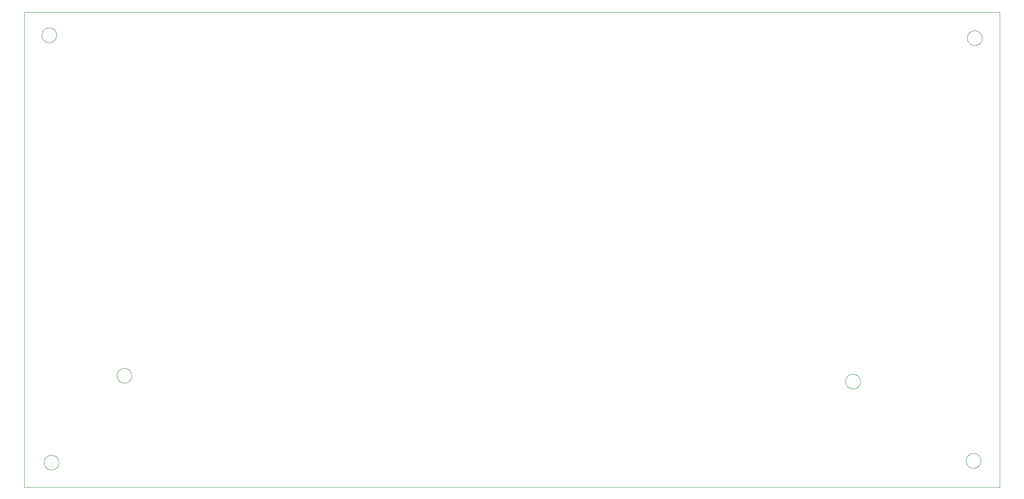
<source format=gko>
G75*
%MOIN*%
%OFA0B0*%
%FSLAX25Y25*%
%IPPOS*%
%LPD*%
%AMOC8*
5,1,8,0,0,1.08239X$1,22.5*
%
%ADD10C,0.00000*%
D10*
X0002200Y0002700D02*
X0002200Y0407401D01*
X0832121Y0407401D01*
X0832121Y0002700D01*
X0002200Y0002700D01*
X0018901Y0023700D02*
X0018903Y0023858D01*
X0018909Y0024016D01*
X0018919Y0024174D01*
X0018933Y0024332D01*
X0018951Y0024489D01*
X0018972Y0024646D01*
X0018998Y0024802D01*
X0019028Y0024958D01*
X0019061Y0025113D01*
X0019099Y0025266D01*
X0019140Y0025419D01*
X0019185Y0025571D01*
X0019234Y0025722D01*
X0019287Y0025871D01*
X0019343Y0026019D01*
X0019403Y0026165D01*
X0019467Y0026310D01*
X0019535Y0026453D01*
X0019606Y0026595D01*
X0019680Y0026735D01*
X0019758Y0026872D01*
X0019840Y0027008D01*
X0019924Y0027142D01*
X0020013Y0027273D01*
X0020104Y0027402D01*
X0020199Y0027529D01*
X0020296Y0027654D01*
X0020397Y0027776D01*
X0020501Y0027895D01*
X0020608Y0028012D01*
X0020718Y0028126D01*
X0020831Y0028237D01*
X0020946Y0028346D01*
X0021064Y0028451D01*
X0021185Y0028553D01*
X0021308Y0028653D01*
X0021434Y0028749D01*
X0021562Y0028842D01*
X0021692Y0028932D01*
X0021825Y0029018D01*
X0021960Y0029102D01*
X0022096Y0029181D01*
X0022235Y0029258D01*
X0022376Y0029330D01*
X0022518Y0029400D01*
X0022662Y0029465D01*
X0022808Y0029527D01*
X0022955Y0029585D01*
X0023104Y0029640D01*
X0023254Y0029691D01*
X0023405Y0029738D01*
X0023557Y0029781D01*
X0023710Y0029820D01*
X0023865Y0029856D01*
X0024020Y0029887D01*
X0024176Y0029915D01*
X0024332Y0029939D01*
X0024489Y0029959D01*
X0024647Y0029975D01*
X0024804Y0029987D01*
X0024963Y0029995D01*
X0025121Y0029999D01*
X0025279Y0029999D01*
X0025437Y0029995D01*
X0025596Y0029987D01*
X0025753Y0029975D01*
X0025911Y0029959D01*
X0026068Y0029939D01*
X0026224Y0029915D01*
X0026380Y0029887D01*
X0026535Y0029856D01*
X0026690Y0029820D01*
X0026843Y0029781D01*
X0026995Y0029738D01*
X0027146Y0029691D01*
X0027296Y0029640D01*
X0027445Y0029585D01*
X0027592Y0029527D01*
X0027738Y0029465D01*
X0027882Y0029400D01*
X0028024Y0029330D01*
X0028165Y0029258D01*
X0028304Y0029181D01*
X0028440Y0029102D01*
X0028575Y0029018D01*
X0028708Y0028932D01*
X0028838Y0028842D01*
X0028966Y0028749D01*
X0029092Y0028653D01*
X0029215Y0028553D01*
X0029336Y0028451D01*
X0029454Y0028346D01*
X0029569Y0028237D01*
X0029682Y0028126D01*
X0029792Y0028012D01*
X0029899Y0027895D01*
X0030003Y0027776D01*
X0030104Y0027654D01*
X0030201Y0027529D01*
X0030296Y0027402D01*
X0030387Y0027273D01*
X0030476Y0027142D01*
X0030560Y0027008D01*
X0030642Y0026872D01*
X0030720Y0026735D01*
X0030794Y0026595D01*
X0030865Y0026453D01*
X0030933Y0026310D01*
X0030997Y0026165D01*
X0031057Y0026019D01*
X0031113Y0025871D01*
X0031166Y0025722D01*
X0031215Y0025571D01*
X0031260Y0025419D01*
X0031301Y0025266D01*
X0031339Y0025113D01*
X0031372Y0024958D01*
X0031402Y0024802D01*
X0031428Y0024646D01*
X0031449Y0024489D01*
X0031467Y0024332D01*
X0031481Y0024174D01*
X0031491Y0024016D01*
X0031497Y0023858D01*
X0031499Y0023700D01*
X0031497Y0023542D01*
X0031491Y0023384D01*
X0031481Y0023226D01*
X0031467Y0023068D01*
X0031449Y0022911D01*
X0031428Y0022754D01*
X0031402Y0022598D01*
X0031372Y0022442D01*
X0031339Y0022287D01*
X0031301Y0022134D01*
X0031260Y0021981D01*
X0031215Y0021829D01*
X0031166Y0021678D01*
X0031113Y0021529D01*
X0031057Y0021381D01*
X0030997Y0021235D01*
X0030933Y0021090D01*
X0030865Y0020947D01*
X0030794Y0020805D01*
X0030720Y0020665D01*
X0030642Y0020528D01*
X0030560Y0020392D01*
X0030476Y0020258D01*
X0030387Y0020127D01*
X0030296Y0019998D01*
X0030201Y0019871D01*
X0030104Y0019746D01*
X0030003Y0019624D01*
X0029899Y0019505D01*
X0029792Y0019388D01*
X0029682Y0019274D01*
X0029569Y0019163D01*
X0029454Y0019054D01*
X0029336Y0018949D01*
X0029215Y0018847D01*
X0029092Y0018747D01*
X0028966Y0018651D01*
X0028838Y0018558D01*
X0028708Y0018468D01*
X0028575Y0018382D01*
X0028440Y0018298D01*
X0028304Y0018219D01*
X0028165Y0018142D01*
X0028024Y0018070D01*
X0027882Y0018000D01*
X0027738Y0017935D01*
X0027592Y0017873D01*
X0027445Y0017815D01*
X0027296Y0017760D01*
X0027146Y0017709D01*
X0026995Y0017662D01*
X0026843Y0017619D01*
X0026690Y0017580D01*
X0026535Y0017544D01*
X0026380Y0017513D01*
X0026224Y0017485D01*
X0026068Y0017461D01*
X0025911Y0017441D01*
X0025753Y0017425D01*
X0025596Y0017413D01*
X0025437Y0017405D01*
X0025279Y0017401D01*
X0025121Y0017401D01*
X0024963Y0017405D01*
X0024804Y0017413D01*
X0024647Y0017425D01*
X0024489Y0017441D01*
X0024332Y0017461D01*
X0024176Y0017485D01*
X0024020Y0017513D01*
X0023865Y0017544D01*
X0023710Y0017580D01*
X0023557Y0017619D01*
X0023405Y0017662D01*
X0023254Y0017709D01*
X0023104Y0017760D01*
X0022955Y0017815D01*
X0022808Y0017873D01*
X0022662Y0017935D01*
X0022518Y0018000D01*
X0022376Y0018070D01*
X0022235Y0018142D01*
X0022096Y0018219D01*
X0021960Y0018298D01*
X0021825Y0018382D01*
X0021692Y0018468D01*
X0021562Y0018558D01*
X0021434Y0018651D01*
X0021308Y0018747D01*
X0021185Y0018847D01*
X0021064Y0018949D01*
X0020946Y0019054D01*
X0020831Y0019163D01*
X0020718Y0019274D01*
X0020608Y0019388D01*
X0020501Y0019505D01*
X0020397Y0019624D01*
X0020296Y0019746D01*
X0020199Y0019871D01*
X0020104Y0019998D01*
X0020013Y0020127D01*
X0019924Y0020258D01*
X0019840Y0020392D01*
X0019758Y0020528D01*
X0019680Y0020665D01*
X0019606Y0020805D01*
X0019535Y0020947D01*
X0019467Y0021090D01*
X0019403Y0021235D01*
X0019343Y0021381D01*
X0019287Y0021529D01*
X0019234Y0021678D01*
X0019185Y0021829D01*
X0019140Y0021981D01*
X0019099Y0022134D01*
X0019061Y0022287D01*
X0019028Y0022442D01*
X0018998Y0022598D01*
X0018972Y0022754D01*
X0018951Y0022911D01*
X0018933Y0023068D01*
X0018919Y0023226D01*
X0018909Y0023384D01*
X0018903Y0023542D01*
X0018901Y0023700D01*
X0080901Y0097700D02*
X0080903Y0097858D01*
X0080909Y0098016D01*
X0080919Y0098174D01*
X0080933Y0098332D01*
X0080951Y0098489D01*
X0080972Y0098646D01*
X0080998Y0098802D01*
X0081028Y0098958D01*
X0081061Y0099113D01*
X0081099Y0099266D01*
X0081140Y0099419D01*
X0081185Y0099571D01*
X0081234Y0099722D01*
X0081287Y0099871D01*
X0081343Y0100019D01*
X0081403Y0100165D01*
X0081467Y0100310D01*
X0081535Y0100453D01*
X0081606Y0100595D01*
X0081680Y0100735D01*
X0081758Y0100872D01*
X0081840Y0101008D01*
X0081924Y0101142D01*
X0082013Y0101273D01*
X0082104Y0101402D01*
X0082199Y0101529D01*
X0082296Y0101654D01*
X0082397Y0101776D01*
X0082501Y0101895D01*
X0082608Y0102012D01*
X0082718Y0102126D01*
X0082831Y0102237D01*
X0082946Y0102346D01*
X0083064Y0102451D01*
X0083185Y0102553D01*
X0083308Y0102653D01*
X0083434Y0102749D01*
X0083562Y0102842D01*
X0083692Y0102932D01*
X0083825Y0103018D01*
X0083960Y0103102D01*
X0084096Y0103181D01*
X0084235Y0103258D01*
X0084376Y0103330D01*
X0084518Y0103400D01*
X0084662Y0103465D01*
X0084808Y0103527D01*
X0084955Y0103585D01*
X0085104Y0103640D01*
X0085254Y0103691D01*
X0085405Y0103738D01*
X0085557Y0103781D01*
X0085710Y0103820D01*
X0085865Y0103856D01*
X0086020Y0103887D01*
X0086176Y0103915D01*
X0086332Y0103939D01*
X0086489Y0103959D01*
X0086647Y0103975D01*
X0086804Y0103987D01*
X0086963Y0103995D01*
X0087121Y0103999D01*
X0087279Y0103999D01*
X0087437Y0103995D01*
X0087596Y0103987D01*
X0087753Y0103975D01*
X0087911Y0103959D01*
X0088068Y0103939D01*
X0088224Y0103915D01*
X0088380Y0103887D01*
X0088535Y0103856D01*
X0088690Y0103820D01*
X0088843Y0103781D01*
X0088995Y0103738D01*
X0089146Y0103691D01*
X0089296Y0103640D01*
X0089445Y0103585D01*
X0089592Y0103527D01*
X0089738Y0103465D01*
X0089882Y0103400D01*
X0090024Y0103330D01*
X0090165Y0103258D01*
X0090304Y0103181D01*
X0090440Y0103102D01*
X0090575Y0103018D01*
X0090708Y0102932D01*
X0090838Y0102842D01*
X0090966Y0102749D01*
X0091092Y0102653D01*
X0091215Y0102553D01*
X0091336Y0102451D01*
X0091454Y0102346D01*
X0091569Y0102237D01*
X0091682Y0102126D01*
X0091792Y0102012D01*
X0091899Y0101895D01*
X0092003Y0101776D01*
X0092104Y0101654D01*
X0092201Y0101529D01*
X0092296Y0101402D01*
X0092387Y0101273D01*
X0092476Y0101142D01*
X0092560Y0101008D01*
X0092642Y0100872D01*
X0092720Y0100735D01*
X0092794Y0100595D01*
X0092865Y0100453D01*
X0092933Y0100310D01*
X0092997Y0100165D01*
X0093057Y0100019D01*
X0093113Y0099871D01*
X0093166Y0099722D01*
X0093215Y0099571D01*
X0093260Y0099419D01*
X0093301Y0099266D01*
X0093339Y0099113D01*
X0093372Y0098958D01*
X0093402Y0098802D01*
X0093428Y0098646D01*
X0093449Y0098489D01*
X0093467Y0098332D01*
X0093481Y0098174D01*
X0093491Y0098016D01*
X0093497Y0097858D01*
X0093499Y0097700D01*
X0093497Y0097542D01*
X0093491Y0097384D01*
X0093481Y0097226D01*
X0093467Y0097068D01*
X0093449Y0096911D01*
X0093428Y0096754D01*
X0093402Y0096598D01*
X0093372Y0096442D01*
X0093339Y0096287D01*
X0093301Y0096134D01*
X0093260Y0095981D01*
X0093215Y0095829D01*
X0093166Y0095678D01*
X0093113Y0095529D01*
X0093057Y0095381D01*
X0092997Y0095235D01*
X0092933Y0095090D01*
X0092865Y0094947D01*
X0092794Y0094805D01*
X0092720Y0094665D01*
X0092642Y0094528D01*
X0092560Y0094392D01*
X0092476Y0094258D01*
X0092387Y0094127D01*
X0092296Y0093998D01*
X0092201Y0093871D01*
X0092104Y0093746D01*
X0092003Y0093624D01*
X0091899Y0093505D01*
X0091792Y0093388D01*
X0091682Y0093274D01*
X0091569Y0093163D01*
X0091454Y0093054D01*
X0091336Y0092949D01*
X0091215Y0092847D01*
X0091092Y0092747D01*
X0090966Y0092651D01*
X0090838Y0092558D01*
X0090708Y0092468D01*
X0090575Y0092382D01*
X0090440Y0092298D01*
X0090304Y0092219D01*
X0090165Y0092142D01*
X0090024Y0092070D01*
X0089882Y0092000D01*
X0089738Y0091935D01*
X0089592Y0091873D01*
X0089445Y0091815D01*
X0089296Y0091760D01*
X0089146Y0091709D01*
X0088995Y0091662D01*
X0088843Y0091619D01*
X0088690Y0091580D01*
X0088535Y0091544D01*
X0088380Y0091513D01*
X0088224Y0091485D01*
X0088068Y0091461D01*
X0087911Y0091441D01*
X0087753Y0091425D01*
X0087596Y0091413D01*
X0087437Y0091405D01*
X0087279Y0091401D01*
X0087121Y0091401D01*
X0086963Y0091405D01*
X0086804Y0091413D01*
X0086647Y0091425D01*
X0086489Y0091441D01*
X0086332Y0091461D01*
X0086176Y0091485D01*
X0086020Y0091513D01*
X0085865Y0091544D01*
X0085710Y0091580D01*
X0085557Y0091619D01*
X0085405Y0091662D01*
X0085254Y0091709D01*
X0085104Y0091760D01*
X0084955Y0091815D01*
X0084808Y0091873D01*
X0084662Y0091935D01*
X0084518Y0092000D01*
X0084376Y0092070D01*
X0084235Y0092142D01*
X0084096Y0092219D01*
X0083960Y0092298D01*
X0083825Y0092382D01*
X0083692Y0092468D01*
X0083562Y0092558D01*
X0083434Y0092651D01*
X0083308Y0092747D01*
X0083185Y0092847D01*
X0083064Y0092949D01*
X0082946Y0093054D01*
X0082831Y0093163D01*
X0082718Y0093274D01*
X0082608Y0093388D01*
X0082501Y0093505D01*
X0082397Y0093624D01*
X0082296Y0093746D01*
X0082199Y0093871D01*
X0082104Y0093998D01*
X0082013Y0094127D01*
X0081924Y0094258D01*
X0081840Y0094392D01*
X0081758Y0094528D01*
X0081680Y0094665D01*
X0081606Y0094805D01*
X0081535Y0094947D01*
X0081467Y0095090D01*
X0081403Y0095235D01*
X0081343Y0095381D01*
X0081287Y0095529D01*
X0081234Y0095678D01*
X0081185Y0095829D01*
X0081140Y0095981D01*
X0081099Y0096134D01*
X0081061Y0096287D01*
X0081028Y0096442D01*
X0080998Y0096598D01*
X0080972Y0096754D01*
X0080951Y0096911D01*
X0080933Y0097068D01*
X0080919Y0097226D01*
X0080909Y0097384D01*
X0080903Y0097542D01*
X0080901Y0097700D01*
X0016901Y0387700D02*
X0016903Y0387858D01*
X0016909Y0388016D01*
X0016919Y0388174D01*
X0016933Y0388332D01*
X0016951Y0388489D01*
X0016972Y0388646D01*
X0016998Y0388802D01*
X0017028Y0388958D01*
X0017061Y0389113D01*
X0017099Y0389266D01*
X0017140Y0389419D01*
X0017185Y0389571D01*
X0017234Y0389722D01*
X0017287Y0389871D01*
X0017343Y0390019D01*
X0017403Y0390165D01*
X0017467Y0390310D01*
X0017535Y0390453D01*
X0017606Y0390595D01*
X0017680Y0390735D01*
X0017758Y0390872D01*
X0017840Y0391008D01*
X0017924Y0391142D01*
X0018013Y0391273D01*
X0018104Y0391402D01*
X0018199Y0391529D01*
X0018296Y0391654D01*
X0018397Y0391776D01*
X0018501Y0391895D01*
X0018608Y0392012D01*
X0018718Y0392126D01*
X0018831Y0392237D01*
X0018946Y0392346D01*
X0019064Y0392451D01*
X0019185Y0392553D01*
X0019308Y0392653D01*
X0019434Y0392749D01*
X0019562Y0392842D01*
X0019692Y0392932D01*
X0019825Y0393018D01*
X0019960Y0393102D01*
X0020096Y0393181D01*
X0020235Y0393258D01*
X0020376Y0393330D01*
X0020518Y0393400D01*
X0020662Y0393465D01*
X0020808Y0393527D01*
X0020955Y0393585D01*
X0021104Y0393640D01*
X0021254Y0393691D01*
X0021405Y0393738D01*
X0021557Y0393781D01*
X0021710Y0393820D01*
X0021865Y0393856D01*
X0022020Y0393887D01*
X0022176Y0393915D01*
X0022332Y0393939D01*
X0022489Y0393959D01*
X0022647Y0393975D01*
X0022804Y0393987D01*
X0022963Y0393995D01*
X0023121Y0393999D01*
X0023279Y0393999D01*
X0023437Y0393995D01*
X0023596Y0393987D01*
X0023753Y0393975D01*
X0023911Y0393959D01*
X0024068Y0393939D01*
X0024224Y0393915D01*
X0024380Y0393887D01*
X0024535Y0393856D01*
X0024690Y0393820D01*
X0024843Y0393781D01*
X0024995Y0393738D01*
X0025146Y0393691D01*
X0025296Y0393640D01*
X0025445Y0393585D01*
X0025592Y0393527D01*
X0025738Y0393465D01*
X0025882Y0393400D01*
X0026024Y0393330D01*
X0026165Y0393258D01*
X0026304Y0393181D01*
X0026440Y0393102D01*
X0026575Y0393018D01*
X0026708Y0392932D01*
X0026838Y0392842D01*
X0026966Y0392749D01*
X0027092Y0392653D01*
X0027215Y0392553D01*
X0027336Y0392451D01*
X0027454Y0392346D01*
X0027569Y0392237D01*
X0027682Y0392126D01*
X0027792Y0392012D01*
X0027899Y0391895D01*
X0028003Y0391776D01*
X0028104Y0391654D01*
X0028201Y0391529D01*
X0028296Y0391402D01*
X0028387Y0391273D01*
X0028476Y0391142D01*
X0028560Y0391008D01*
X0028642Y0390872D01*
X0028720Y0390735D01*
X0028794Y0390595D01*
X0028865Y0390453D01*
X0028933Y0390310D01*
X0028997Y0390165D01*
X0029057Y0390019D01*
X0029113Y0389871D01*
X0029166Y0389722D01*
X0029215Y0389571D01*
X0029260Y0389419D01*
X0029301Y0389266D01*
X0029339Y0389113D01*
X0029372Y0388958D01*
X0029402Y0388802D01*
X0029428Y0388646D01*
X0029449Y0388489D01*
X0029467Y0388332D01*
X0029481Y0388174D01*
X0029491Y0388016D01*
X0029497Y0387858D01*
X0029499Y0387700D01*
X0029497Y0387542D01*
X0029491Y0387384D01*
X0029481Y0387226D01*
X0029467Y0387068D01*
X0029449Y0386911D01*
X0029428Y0386754D01*
X0029402Y0386598D01*
X0029372Y0386442D01*
X0029339Y0386287D01*
X0029301Y0386134D01*
X0029260Y0385981D01*
X0029215Y0385829D01*
X0029166Y0385678D01*
X0029113Y0385529D01*
X0029057Y0385381D01*
X0028997Y0385235D01*
X0028933Y0385090D01*
X0028865Y0384947D01*
X0028794Y0384805D01*
X0028720Y0384665D01*
X0028642Y0384528D01*
X0028560Y0384392D01*
X0028476Y0384258D01*
X0028387Y0384127D01*
X0028296Y0383998D01*
X0028201Y0383871D01*
X0028104Y0383746D01*
X0028003Y0383624D01*
X0027899Y0383505D01*
X0027792Y0383388D01*
X0027682Y0383274D01*
X0027569Y0383163D01*
X0027454Y0383054D01*
X0027336Y0382949D01*
X0027215Y0382847D01*
X0027092Y0382747D01*
X0026966Y0382651D01*
X0026838Y0382558D01*
X0026708Y0382468D01*
X0026575Y0382382D01*
X0026440Y0382298D01*
X0026304Y0382219D01*
X0026165Y0382142D01*
X0026024Y0382070D01*
X0025882Y0382000D01*
X0025738Y0381935D01*
X0025592Y0381873D01*
X0025445Y0381815D01*
X0025296Y0381760D01*
X0025146Y0381709D01*
X0024995Y0381662D01*
X0024843Y0381619D01*
X0024690Y0381580D01*
X0024535Y0381544D01*
X0024380Y0381513D01*
X0024224Y0381485D01*
X0024068Y0381461D01*
X0023911Y0381441D01*
X0023753Y0381425D01*
X0023596Y0381413D01*
X0023437Y0381405D01*
X0023279Y0381401D01*
X0023121Y0381401D01*
X0022963Y0381405D01*
X0022804Y0381413D01*
X0022647Y0381425D01*
X0022489Y0381441D01*
X0022332Y0381461D01*
X0022176Y0381485D01*
X0022020Y0381513D01*
X0021865Y0381544D01*
X0021710Y0381580D01*
X0021557Y0381619D01*
X0021405Y0381662D01*
X0021254Y0381709D01*
X0021104Y0381760D01*
X0020955Y0381815D01*
X0020808Y0381873D01*
X0020662Y0381935D01*
X0020518Y0382000D01*
X0020376Y0382070D01*
X0020235Y0382142D01*
X0020096Y0382219D01*
X0019960Y0382298D01*
X0019825Y0382382D01*
X0019692Y0382468D01*
X0019562Y0382558D01*
X0019434Y0382651D01*
X0019308Y0382747D01*
X0019185Y0382847D01*
X0019064Y0382949D01*
X0018946Y0383054D01*
X0018831Y0383163D01*
X0018718Y0383274D01*
X0018608Y0383388D01*
X0018501Y0383505D01*
X0018397Y0383624D01*
X0018296Y0383746D01*
X0018199Y0383871D01*
X0018104Y0383998D01*
X0018013Y0384127D01*
X0017924Y0384258D01*
X0017840Y0384392D01*
X0017758Y0384528D01*
X0017680Y0384665D01*
X0017606Y0384805D01*
X0017535Y0384947D01*
X0017467Y0385090D01*
X0017403Y0385235D01*
X0017343Y0385381D01*
X0017287Y0385529D01*
X0017234Y0385678D01*
X0017185Y0385829D01*
X0017140Y0385981D01*
X0017099Y0386134D01*
X0017061Y0386287D01*
X0017028Y0386442D01*
X0016998Y0386598D01*
X0016972Y0386754D01*
X0016951Y0386911D01*
X0016933Y0387068D01*
X0016919Y0387226D01*
X0016909Y0387384D01*
X0016903Y0387542D01*
X0016901Y0387700D01*
X0700901Y0092700D02*
X0700903Y0092858D01*
X0700909Y0093016D01*
X0700919Y0093174D01*
X0700933Y0093332D01*
X0700951Y0093489D01*
X0700972Y0093646D01*
X0700998Y0093802D01*
X0701028Y0093958D01*
X0701061Y0094113D01*
X0701099Y0094266D01*
X0701140Y0094419D01*
X0701185Y0094571D01*
X0701234Y0094722D01*
X0701287Y0094871D01*
X0701343Y0095019D01*
X0701403Y0095165D01*
X0701467Y0095310D01*
X0701535Y0095453D01*
X0701606Y0095595D01*
X0701680Y0095735D01*
X0701758Y0095872D01*
X0701840Y0096008D01*
X0701924Y0096142D01*
X0702013Y0096273D01*
X0702104Y0096402D01*
X0702199Y0096529D01*
X0702296Y0096654D01*
X0702397Y0096776D01*
X0702501Y0096895D01*
X0702608Y0097012D01*
X0702718Y0097126D01*
X0702831Y0097237D01*
X0702946Y0097346D01*
X0703064Y0097451D01*
X0703185Y0097553D01*
X0703308Y0097653D01*
X0703434Y0097749D01*
X0703562Y0097842D01*
X0703692Y0097932D01*
X0703825Y0098018D01*
X0703960Y0098102D01*
X0704096Y0098181D01*
X0704235Y0098258D01*
X0704376Y0098330D01*
X0704518Y0098400D01*
X0704662Y0098465D01*
X0704808Y0098527D01*
X0704955Y0098585D01*
X0705104Y0098640D01*
X0705254Y0098691D01*
X0705405Y0098738D01*
X0705557Y0098781D01*
X0705710Y0098820D01*
X0705865Y0098856D01*
X0706020Y0098887D01*
X0706176Y0098915D01*
X0706332Y0098939D01*
X0706489Y0098959D01*
X0706647Y0098975D01*
X0706804Y0098987D01*
X0706963Y0098995D01*
X0707121Y0098999D01*
X0707279Y0098999D01*
X0707437Y0098995D01*
X0707596Y0098987D01*
X0707753Y0098975D01*
X0707911Y0098959D01*
X0708068Y0098939D01*
X0708224Y0098915D01*
X0708380Y0098887D01*
X0708535Y0098856D01*
X0708690Y0098820D01*
X0708843Y0098781D01*
X0708995Y0098738D01*
X0709146Y0098691D01*
X0709296Y0098640D01*
X0709445Y0098585D01*
X0709592Y0098527D01*
X0709738Y0098465D01*
X0709882Y0098400D01*
X0710024Y0098330D01*
X0710165Y0098258D01*
X0710304Y0098181D01*
X0710440Y0098102D01*
X0710575Y0098018D01*
X0710708Y0097932D01*
X0710838Y0097842D01*
X0710966Y0097749D01*
X0711092Y0097653D01*
X0711215Y0097553D01*
X0711336Y0097451D01*
X0711454Y0097346D01*
X0711569Y0097237D01*
X0711682Y0097126D01*
X0711792Y0097012D01*
X0711899Y0096895D01*
X0712003Y0096776D01*
X0712104Y0096654D01*
X0712201Y0096529D01*
X0712296Y0096402D01*
X0712387Y0096273D01*
X0712476Y0096142D01*
X0712560Y0096008D01*
X0712642Y0095872D01*
X0712720Y0095735D01*
X0712794Y0095595D01*
X0712865Y0095453D01*
X0712933Y0095310D01*
X0712997Y0095165D01*
X0713057Y0095019D01*
X0713113Y0094871D01*
X0713166Y0094722D01*
X0713215Y0094571D01*
X0713260Y0094419D01*
X0713301Y0094266D01*
X0713339Y0094113D01*
X0713372Y0093958D01*
X0713402Y0093802D01*
X0713428Y0093646D01*
X0713449Y0093489D01*
X0713467Y0093332D01*
X0713481Y0093174D01*
X0713491Y0093016D01*
X0713497Y0092858D01*
X0713499Y0092700D01*
X0713497Y0092542D01*
X0713491Y0092384D01*
X0713481Y0092226D01*
X0713467Y0092068D01*
X0713449Y0091911D01*
X0713428Y0091754D01*
X0713402Y0091598D01*
X0713372Y0091442D01*
X0713339Y0091287D01*
X0713301Y0091134D01*
X0713260Y0090981D01*
X0713215Y0090829D01*
X0713166Y0090678D01*
X0713113Y0090529D01*
X0713057Y0090381D01*
X0712997Y0090235D01*
X0712933Y0090090D01*
X0712865Y0089947D01*
X0712794Y0089805D01*
X0712720Y0089665D01*
X0712642Y0089528D01*
X0712560Y0089392D01*
X0712476Y0089258D01*
X0712387Y0089127D01*
X0712296Y0088998D01*
X0712201Y0088871D01*
X0712104Y0088746D01*
X0712003Y0088624D01*
X0711899Y0088505D01*
X0711792Y0088388D01*
X0711682Y0088274D01*
X0711569Y0088163D01*
X0711454Y0088054D01*
X0711336Y0087949D01*
X0711215Y0087847D01*
X0711092Y0087747D01*
X0710966Y0087651D01*
X0710838Y0087558D01*
X0710708Y0087468D01*
X0710575Y0087382D01*
X0710440Y0087298D01*
X0710304Y0087219D01*
X0710165Y0087142D01*
X0710024Y0087070D01*
X0709882Y0087000D01*
X0709738Y0086935D01*
X0709592Y0086873D01*
X0709445Y0086815D01*
X0709296Y0086760D01*
X0709146Y0086709D01*
X0708995Y0086662D01*
X0708843Y0086619D01*
X0708690Y0086580D01*
X0708535Y0086544D01*
X0708380Y0086513D01*
X0708224Y0086485D01*
X0708068Y0086461D01*
X0707911Y0086441D01*
X0707753Y0086425D01*
X0707596Y0086413D01*
X0707437Y0086405D01*
X0707279Y0086401D01*
X0707121Y0086401D01*
X0706963Y0086405D01*
X0706804Y0086413D01*
X0706647Y0086425D01*
X0706489Y0086441D01*
X0706332Y0086461D01*
X0706176Y0086485D01*
X0706020Y0086513D01*
X0705865Y0086544D01*
X0705710Y0086580D01*
X0705557Y0086619D01*
X0705405Y0086662D01*
X0705254Y0086709D01*
X0705104Y0086760D01*
X0704955Y0086815D01*
X0704808Y0086873D01*
X0704662Y0086935D01*
X0704518Y0087000D01*
X0704376Y0087070D01*
X0704235Y0087142D01*
X0704096Y0087219D01*
X0703960Y0087298D01*
X0703825Y0087382D01*
X0703692Y0087468D01*
X0703562Y0087558D01*
X0703434Y0087651D01*
X0703308Y0087747D01*
X0703185Y0087847D01*
X0703064Y0087949D01*
X0702946Y0088054D01*
X0702831Y0088163D01*
X0702718Y0088274D01*
X0702608Y0088388D01*
X0702501Y0088505D01*
X0702397Y0088624D01*
X0702296Y0088746D01*
X0702199Y0088871D01*
X0702104Y0088998D01*
X0702013Y0089127D01*
X0701924Y0089258D01*
X0701840Y0089392D01*
X0701758Y0089528D01*
X0701680Y0089665D01*
X0701606Y0089805D01*
X0701535Y0089947D01*
X0701467Y0090090D01*
X0701403Y0090235D01*
X0701343Y0090381D01*
X0701287Y0090529D01*
X0701234Y0090678D01*
X0701185Y0090829D01*
X0701140Y0090981D01*
X0701099Y0091134D01*
X0701061Y0091287D01*
X0701028Y0091442D01*
X0700998Y0091598D01*
X0700972Y0091754D01*
X0700951Y0091911D01*
X0700933Y0092068D01*
X0700919Y0092226D01*
X0700909Y0092384D01*
X0700903Y0092542D01*
X0700901Y0092700D01*
X0803401Y0025200D02*
X0803403Y0025358D01*
X0803409Y0025516D01*
X0803419Y0025674D01*
X0803433Y0025832D01*
X0803451Y0025989D01*
X0803472Y0026146D01*
X0803498Y0026302D01*
X0803528Y0026458D01*
X0803561Y0026613D01*
X0803599Y0026766D01*
X0803640Y0026919D01*
X0803685Y0027071D01*
X0803734Y0027222D01*
X0803787Y0027371D01*
X0803843Y0027519D01*
X0803903Y0027665D01*
X0803967Y0027810D01*
X0804035Y0027953D01*
X0804106Y0028095D01*
X0804180Y0028235D01*
X0804258Y0028372D01*
X0804340Y0028508D01*
X0804424Y0028642D01*
X0804513Y0028773D01*
X0804604Y0028902D01*
X0804699Y0029029D01*
X0804796Y0029154D01*
X0804897Y0029276D01*
X0805001Y0029395D01*
X0805108Y0029512D01*
X0805218Y0029626D01*
X0805331Y0029737D01*
X0805446Y0029846D01*
X0805564Y0029951D01*
X0805685Y0030053D01*
X0805808Y0030153D01*
X0805934Y0030249D01*
X0806062Y0030342D01*
X0806192Y0030432D01*
X0806325Y0030518D01*
X0806460Y0030602D01*
X0806596Y0030681D01*
X0806735Y0030758D01*
X0806876Y0030830D01*
X0807018Y0030900D01*
X0807162Y0030965D01*
X0807308Y0031027D01*
X0807455Y0031085D01*
X0807604Y0031140D01*
X0807754Y0031191D01*
X0807905Y0031238D01*
X0808057Y0031281D01*
X0808210Y0031320D01*
X0808365Y0031356D01*
X0808520Y0031387D01*
X0808676Y0031415D01*
X0808832Y0031439D01*
X0808989Y0031459D01*
X0809147Y0031475D01*
X0809304Y0031487D01*
X0809463Y0031495D01*
X0809621Y0031499D01*
X0809779Y0031499D01*
X0809937Y0031495D01*
X0810096Y0031487D01*
X0810253Y0031475D01*
X0810411Y0031459D01*
X0810568Y0031439D01*
X0810724Y0031415D01*
X0810880Y0031387D01*
X0811035Y0031356D01*
X0811190Y0031320D01*
X0811343Y0031281D01*
X0811495Y0031238D01*
X0811646Y0031191D01*
X0811796Y0031140D01*
X0811945Y0031085D01*
X0812092Y0031027D01*
X0812238Y0030965D01*
X0812382Y0030900D01*
X0812524Y0030830D01*
X0812665Y0030758D01*
X0812804Y0030681D01*
X0812940Y0030602D01*
X0813075Y0030518D01*
X0813208Y0030432D01*
X0813338Y0030342D01*
X0813466Y0030249D01*
X0813592Y0030153D01*
X0813715Y0030053D01*
X0813836Y0029951D01*
X0813954Y0029846D01*
X0814069Y0029737D01*
X0814182Y0029626D01*
X0814292Y0029512D01*
X0814399Y0029395D01*
X0814503Y0029276D01*
X0814604Y0029154D01*
X0814701Y0029029D01*
X0814796Y0028902D01*
X0814887Y0028773D01*
X0814976Y0028642D01*
X0815060Y0028508D01*
X0815142Y0028372D01*
X0815220Y0028235D01*
X0815294Y0028095D01*
X0815365Y0027953D01*
X0815433Y0027810D01*
X0815497Y0027665D01*
X0815557Y0027519D01*
X0815613Y0027371D01*
X0815666Y0027222D01*
X0815715Y0027071D01*
X0815760Y0026919D01*
X0815801Y0026766D01*
X0815839Y0026613D01*
X0815872Y0026458D01*
X0815902Y0026302D01*
X0815928Y0026146D01*
X0815949Y0025989D01*
X0815967Y0025832D01*
X0815981Y0025674D01*
X0815991Y0025516D01*
X0815997Y0025358D01*
X0815999Y0025200D01*
X0815997Y0025042D01*
X0815991Y0024884D01*
X0815981Y0024726D01*
X0815967Y0024568D01*
X0815949Y0024411D01*
X0815928Y0024254D01*
X0815902Y0024098D01*
X0815872Y0023942D01*
X0815839Y0023787D01*
X0815801Y0023634D01*
X0815760Y0023481D01*
X0815715Y0023329D01*
X0815666Y0023178D01*
X0815613Y0023029D01*
X0815557Y0022881D01*
X0815497Y0022735D01*
X0815433Y0022590D01*
X0815365Y0022447D01*
X0815294Y0022305D01*
X0815220Y0022165D01*
X0815142Y0022028D01*
X0815060Y0021892D01*
X0814976Y0021758D01*
X0814887Y0021627D01*
X0814796Y0021498D01*
X0814701Y0021371D01*
X0814604Y0021246D01*
X0814503Y0021124D01*
X0814399Y0021005D01*
X0814292Y0020888D01*
X0814182Y0020774D01*
X0814069Y0020663D01*
X0813954Y0020554D01*
X0813836Y0020449D01*
X0813715Y0020347D01*
X0813592Y0020247D01*
X0813466Y0020151D01*
X0813338Y0020058D01*
X0813208Y0019968D01*
X0813075Y0019882D01*
X0812940Y0019798D01*
X0812804Y0019719D01*
X0812665Y0019642D01*
X0812524Y0019570D01*
X0812382Y0019500D01*
X0812238Y0019435D01*
X0812092Y0019373D01*
X0811945Y0019315D01*
X0811796Y0019260D01*
X0811646Y0019209D01*
X0811495Y0019162D01*
X0811343Y0019119D01*
X0811190Y0019080D01*
X0811035Y0019044D01*
X0810880Y0019013D01*
X0810724Y0018985D01*
X0810568Y0018961D01*
X0810411Y0018941D01*
X0810253Y0018925D01*
X0810096Y0018913D01*
X0809937Y0018905D01*
X0809779Y0018901D01*
X0809621Y0018901D01*
X0809463Y0018905D01*
X0809304Y0018913D01*
X0809147Y0018925D01*
X0808989Y0018941D01*
X0808832Y0018961D01*
X0808676Y0018985D01*
X0808520Y0019013D01*
X0808365Y0019044D01*
X0808210Y0019080D01*
X0808057Y0019119D01*
X0807905Y0019162D01*
X0807754Y0019209D01*
X0807604Y0019260D01*
X0807455Y0019315D01*
X0807308Y0019373D01*
X0807162Y0019435D01*
X0807018Y0019500D01*
X0806876Y0019570D01*
X0806735Y0019642D01*
X0806596Y0019719D01*
X0806460Y0019798D01*
X0806325Y0019882D01*
X0806192Y0019968D01*
X0806062Y0020058D01*
X0805934Y0020151D01*
X0805808Y0020247D01*
X0805685Y0020347D01*
X0805564Y0020449D01*
X0805446Y0020554D01*
X0805331Y0020663D01*
X0805218Y0020774D01*
X0805108Y0020888D01*
X0805001Y0021005D01*
X0804897Y0021124D01*
X0804796Y0021246D01*
X0804699Y0021371D01*
X0804604Y0021498D01*
X0804513Y0021627D01*
X0804424Y0021758D01*
X0804340Y0021892D01*
X0804258Y0022028D01*
X0804180Y0022165D01*
X0804106Y0022305D01*
X0804035Y0022447D01*
X0803967Y0022590D01*
X0803903Y0022735D01*
X0803843Y0022881D01*
X0803787Y0023029D01*
X0803734Y0023178D01*
X0803685Y0023329D01*
X0803640Y0023481D01*
X0803599Y0023634D01*
X0803561Y0023787D01*
X0803528Y0023942D01*
X0803498Y0024098D01*
X0803472Y0024254D01*
X0803451Y0024411D01*
X0803433Y0024568D01*
X0803419Y0024726D01*
X0803409Y0024884D01*
X0803403Y0025042D01*
X0803401Y0025200D01*
X0804401Y0385200D02*
X0804403Y0385358D01*
X0804409Y0385516D01*
X0804419Y0385674D01*
X0804433Y0385832D01*
X0804451Y0385989D01*
X0804472Y0386146D01*
X0804498Y0386302D01*
X0804528Y0386458D01*
X0804561Y0386613D01*
X0804599Y0386766D01*
X0804640Y0386919D01*
X0804685Y0387071D01*
X0804734Y0387222D01*
X0804787Y0387371D01*
X0804843Y0387519D01*
X0804903Y0387665D01*
X0804967Y0387810D01*
X0805035Y0387953D01*
X0805106Y0388095D01*
X0805180Y0388235D01*
X0805258Y0388372D01*
X0805340Y0388508D01*
X0805424Y0388642D01*
X0805513Y0388773D01*
X0805604Y0388902D01*
X0805699Y0389029D01*
X0805796Y0389154D01*
X0805897Y0389276D01*
X0806001Y0389395D01*
X0806108Y0389512D01*
X0806218Y0389626D01*
X0806331Y0389737D01*
X0806446Y0389846D01*
X0806564Y0389951D01*
X0806685Y0390053D01*
X0806808Y0390153D01*
X0806934Y0390249D01*
X0807062Y0390342D01*
X0807192Y0390432D01*
X0807325Y0390518D01*
X0807460Y0390602D01*
X0807596Y0390681D01*
X0807735Y0390758D01*
X0807876Y0390830D01*
X0808018Y0390900D01*
X0808162Y0390965D01*
X0808308Y0391027D01*
X0808455Y0391085D01*
X0808604Y0391140D01*
X0808754Y0391191D01*
X0808905Y0391238D01*
X0809057Y0391281D01*
X0809210Y0391320D01*
X0809365Y0391356D01*
X0809520Y0391387D01*
X0809676Y0391415D01*
X0809832Y0391439D01*
X0809989Y0391459D01*
X0810147Y0391475D01*
X0810304Y0391487D01*
X0810463Y0391495D01*
X0810621Y0391499D01*
X0810779Y0391499D01*
X0810937Y0391495D01*
X0811096Y0391487D01*
X0811253Y0391475D01*
X0811411Y0391459D01*
X0811568Y0391439D01*
X0811724Y0391415D01*
X0811880Y0391387D01*
X0812035Y0391356D01*
X0812190Y0391320D01*
X0812343Y0391281D01*
X0812495Y0391238D01*
X0812646Y0391191D01*
X0812796Y0391140D01*
X0812945Y0391085D01*
X0813092Y0391027D01*
X0813238Y0390965D01*
X0813382Y0390900D01*
X0813524Y0390830D01*
X0813665Y0390758D01*
X0813804Y0390681D01*
X0813940Y0390602D01*
X0814075Y0390518D01*
X0814208Y0390432D01*
X0814338Y0390342D01*
X0814466Y0390249D01*
X0814592Y0390153D01*
X0814715Y0390053D01*
X0814836Y0389951D01*
X0814954Y0389846D01*
X0815069Y0389737D01*
X0815182Y0389626D01*
X0815292Y0389512D01*
X0815399Y0389395D01*
X0815503Y0389276D01*
X0815604Y0389154D01*
X0815701Y0389029D01*
X0815796Y0388902D01*
X0815887Y0388773D01*
X0815976Y0388642D01*
X0816060Y0388508D01*
X0816142Y0388372D01*
X0816220Y0388235D01*
X0816294Y0388095D01*
X0816365Y0387953D01*
X0816433Y0387810D01*
X0816497Y0387665D01*
X0816557Y0387519D01*
X0816613Y0387371D01*
X0816666Y0387222D01*
X0816715Y0387071D01*
X0816760Y0386919D01*
X0816801Y0386766D01*
X0816839Y0386613D01*
X0816872Y0386458D01*
X0816902Y0386302D01*
X0816928Y0386146D01*
X0816949Y0385989D01*
X0816967Y0385832D01*
X0816981Y0385674D01*
X0816991Y0385516D01*
X0816997Y0385358D01*
X0816999Y0385200D01*
X0816997Y0385042D01*
X0816991Y0384884D01*
X0816981Y0384726D01*
X0816967Y0384568D01*
X0816949Y0384411D01*
X0816928Y0384254D01*
X0816902Y0384098D01*
X0816872Y0383942D01*
X0816839Y0383787D01*
X0816801Y0383634D01*
X0816760Y0383481D01*
X0816715Y0383329D01*
X0816666Y0383178D01*
X0816613Y0383029D01*
X0816557Y0382881D01*
X0816497Y0382735D01*
X0816433Y0382590D01*
X0816365Y0382447D01*
X0816294Y0382305D01*
X0816220Y0382165D01*
X0816142Y0382028D01*
X0816060Y0381892D01*
X0815976Y0381758D01*
X0815887Y0381627D01*
X0815796Y0381498D01*
X0815701Y0381371D01*
X0815604Y0381246D01*
X0815503Y0381124D01*
X0815399Y0381005D01*
X0815292Y0380888D01*
X0815182Y0380774D01*
X0815069Y0380663D01*
X0814954Y0380554D01*
X0814836Y0380449D01*
X0814715Y0380347D01*
X0814592Y0380247D01*
X0814466Y0380151D01*
X0814338Y0380058D01*
X0814208Y0379968D01*
X0814075Y0379882D01*
X0813940Y0379798D01*
X0813804Y0379719D01*
X0813665Y0379642D01*
X0813524Y0379570D01*
X0813382Y0379500D01*
X0813238Y0379435D01*
X0813092Y0379373D01*
X0812945Y0379315D01*
X0812796Y0379260D01*
X0812646Y0379209D01*
X0812495Y0379162D01*
X0812343Y0379119D01*
X0812190Y0379080D01*
X0812035Y0379044D01*
X0811880Y0379013D01*
X0811724Y0378985D01*
X0811568Y0378961D01*
X0811411Y0378941D01*
X0811253Y0378925D01*
X0811096Y0378913D01*
X0810937Y0378905D01*
X0810779Y0378901D01*
X0810621Y0378901D01*
X0810463Y0378905D01*
X0810304Y0378913D01*
X0810147Y0378925D01*
X0809989Y0378941D01*
X0809832Y0378961D01*
X0809676Y0378985D01*
X0809520Y0379013D01*
X0809365Y0379044D01*
X0809210Y0379080D01*
X0809057Y0379119D01*
X0808905Y0379162D01*
X0808754Y0379209D01*
X0808604Y0379260D01*
X0808455Y0379315D01*
X0808308Y0379373D01*
X0808162Y0379435D01*
X0808018Y0379500D01*
X0807876Y0379570D01*
X0807735Y0379642D01*
X0807596Y0379719D01*
X0807460Y0379798D01*
X0807325Y0379882D01*
X0807192Y0379968D01*
X0807062Y0380058D01*
X0806934Y0380151D01*
X0806808Y0380247D01*
X0806685Y0380347D01*
X0806564Y0380449D01*
X0806446Y0380554D01*
X0806331Y0380663D01*
X0806218Y0380774D01*
X0806108Y0380888D01*
X0806001Y0381005D01*
X0805897Y0381124D01*
X0805796Y0381246D01*
X0805699Y0381371D01*
X0805604Y0381498D01*
X0805513Y0381627D01*
X0805424Y0381758D01*
X0805340Y0381892D01*
X0805258Y0382028D01*
X0805180Y0382165D01*
X0805106Y0382305D01*
X0805035Y0382447D01*
X0804967Y0382590D01*
X0804903Y0382735D01*
X0804843Y0382881D01*
X0804787Y0383029D01*
X0804734Y0383178D01*
X0804685Y0383329D01*
X0804640Y0383481D01*
X0804599Y0383634D01*
X0804561Y0383787D01*
X0804528Y0383942D01*
X0804498Y0384098D01*
X0804472Y0384254D01*
X0804451Y0384411D01*
X0804433Y0384568D01*
X0804419Y0384726D01*
X0804409Y0384884D01*
X0804403Y0385042D01*
X0804401Y0385200D01*
M02*

</source>
